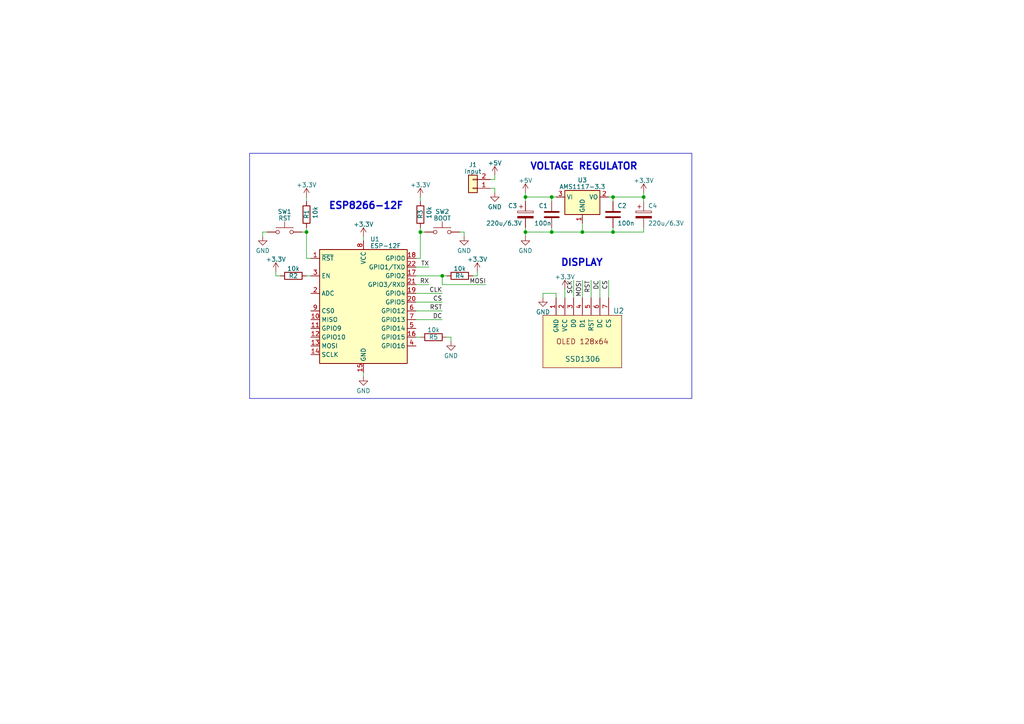
<source format=kicad_sch>
(kicad_sch (version 20231120) (generator "eeschema") (generator_version "8.0")
  (paper "A4")
  (lib_symbols
    (symbol "Connector_Generic:Conn_01x02" (pin_names (offset 1.016) hide)
      (property "Reference" "J" (at 0 2.54 0))
      (property "Value" "Conn_01x02" (at 0 -5.08 0))
      (symbol "Conn_01x02_1_1"
        (rectangle (start -1.27 -2.413) (end 0 -2.667) (stroke (width 0.1524)))
        (rectangle (start -1.27 0.127) (end 0 -0.127) (stroke (width 0.1524)))
        (rectangle (start -1.27 1.27) (end 1.27 -3.81) (stroke (width 0.254)) (fill (type background)))
        (pin passive line (at -5.08 0 0) (length 3.81) (name "Pin_1") (number "1"))
        (pin passive line (at -5.08 -2.54 0) (length 3.81) (name "Pin_2") (number "2"))
      )
    )
    (symbol "Device:C" (pin_numbers hide) (pin_names (offset 0.254))
      (property "Reference" "C" (at 0.635 2.54 0))
      (property "Value" "C" (at 0.635 -2.54 0))
      (symbol "C_0_1"
        (polyline (pts (xy -2.032 -0.762) (xy 2.032 -0.762)) (stroke (width 0.508)))
        (polyline (pts (xy -2.032 0.762) (xy 2.032 0.762)) (stroke (width 0.508)))
      )
      (symbol "C_1_1"
        (pin passive line (at 0 3.81 270) (length 2.794) (name "~") (number "1"))
        (pin passive line (at 0 -3.81 90) (length 2.794) (name "~") (number "2"))
      )
    )
    (symbol "Device:C_Polarized" (pin_numbers hide) (pin_names (offset 0.254))
      (property "Reference" "C" (at 0.635 2.54 0))
      (property "Value" "C_Polarized" (at 0.635 -2.54 0))
      (symbol "C_Polarized_0_1"
        (rectangle (start -2.286 0.508) (end 2.286 1.016))
        (polyline (pts (xy -1.778 2.286) (xy -0.762 2.286)))
        (polyline (pts (xy -1.27 2.794) (xy -1.27 1.778)))
        (rectangle (start 2.286 -0.508) (end -2.286 -1.016) (fill (type outline)))
      )
      (symbol "C_Polarized_1_1"
        (pin passive line (at 0 3.81 270) (length 2.794) (name "~") (number "1"))
        (pin passive line (at 0 -3.81 90) (length 2.794) (name "~") (number "2"))
      )
    )
    (symbol "Device:R" (pin_numbers hide) (pin_names (offset 0))
      (property "Reference" "R" (at 2.032 0 90))
      (property "Value" "R" (at 0 0 90))
      (symbol "R_0_1"
        (rectangle (start -1.016 -2.54) (end 1.016 2.54) (stroke (width 0.254)))
      )
      (symbol "R_1_1"
        (pin passive line (at 0 3.81 270) (length 1.27) (name "~") (number "1"))
        (pin passive line (at 0 -3.81 90) (length 1.27) (name "~") (number "2"))
      )
    )
    (symbol "RF_Module:ESP-12F"
      (property "Reference" "U" (at -12.7 19.05 0))
      (property "Value" "ESP-12F" (at 12.7 19.05 0))
      (symbol "ESP-12F_0_1"
        (rectangle (start -12.7 17.78) (end 12.7 -15.24) (stroke (width 0.254)) (fill (type background)))
      )
      (symbol "ESP-12F_1_1"
        (pin input line (at -15.24 15.24 0) (length 2.54) (name "~{RST}") (number "1"))
        (pin bidirectional line (at -15.24 -2.54 0) (length 2.54) (name "MISO") (number "10"))
        (pin bidirectional line (at -15.24 -5.08 0) (length 2.54) (name "GPIO9") (number "11"))
        (pin bidirectional line (at -15.24 -7.62 0) (length 2.54) (name "GPIO10") (number "12"))
        (pin bidirectional line (at -15.24 -10.16 0) (length 2.54) (name "MOSI") (number "13"))
        (pin bidirectional line (at -15.24 -12.7 0) (length 2.54) (name "SCLK") (number "14"))
        (pin power_in line (at 0 -17.78 90) (length 2.54) (name "GND") (number "15"))
        (pin bidirectional line (at 15.24 -7.62 180) (length 2.54) (name "GPIO15") (number "16"))
        (pin bidirectional line (at 15.24 10.16 180) (length 2.54) (name "GPIO2") (number "17"))
        (pin bidirectional line (at 15.24 15.24 180) (length 2.54) (name "GPIO0") (number "18"))
        (pin bidirectional line (at 15.24 5.08 180) (length 2.54) (name "GPIO4") (number "19"))
        (pin input line (at -15.24 5.08 0) (length 2.54) (name "ADC") (number "2"))
        (pin bidirectional line (at 15.24 2.54 180) (length 2.54) (name "GPIO5") (number "20"))
        (pin bidirectional line (at 15.24 7.62 180) (length 2.54) (name "GPIO3/RXD") (number "21"))
        (pin bidirectional line (at 15.24 12.7 180) (length 2.54) (name "GPIO1/TXD") (number "22"))
        (pin input line (at -15.24 10.16 0) (length 2.54) (name "EN") (number "3"))
        (pin bidirectional line (at 15.24 -10.16 180) (length 2.54) (name "GPIO16") (number "4"))
        (pin bidirectional line (at 15.24 -5.08 180) (length 2.54) (name "GPIO14") (number "5"))
        (pin bidirectional line (at 15.24 0 180) (length 2.54) (name "GPIO12") (number "6"))
        (pin bidirectional line (at 15.24 -2.54 180) (length 2.54) (name "GPIO13") (number "7"))
        (pin power_in line (at 0 20.32 270) (length 2.54) (name "VCC") (number "8"))
        (pin input line (at -15.24 0 0) (length 2.54) (name "CS0") (number "9"))
      )
    )
    (symbol "Regulator_Linear:AMS1117-3.3"
      (property "Reference" "U" (at -3.81 3.175 0))
      (property "Value" "AMS1117-3.3" (at 0 3.175 0))
      (symbol "AMS1117-3.3_0_1"
        (rectangle (start -5.08 -5.08) (end 5.08 1.905) (stroke (width 0.254)) (fill (type background)))
      )
      (symbol "AMS1117-3.3_1_1"
        (pin power_in line (at 0 -7.62 90) (length 2.54) (name "GND") (number "1"))
        (pin power_out line (at 7.62 0 180) (length 2.54) (name "VO") (number "2"))
        (pin power_in line (at -7.62 0 0) (length 2.54) (name "VI") (number "3"))
      )
    )
    (symbol "Switch:SW_MEC_5G" (pin_numbers hide) (pin_names (offset 1.016) hide)
      (property "Reference" "SW" (at 1.27 2.54 0))
      (property "Value" "SW_MEC_5G" (at 0 -1.524 0))
      (symbol "SW_MEC_5G_0_1"
        (circle (center -2.032 0) (radius 0.508))
        (polyline (pts (xy 0 1.27) (xy 0 3.048)))
        (polyline (pts (xy 2.54 1.27) (xy -2.54 1.27)))
        (circle (center 2.032 0) (radius 0.508))
        (pin passive line (at -5.08 0 0) (length 2.54) (name "A") (number "1"))
        (pin passive line (at 5.08 0 180) (length 2.54) (name "B") (number "3"))
      )
      (symbol "SW_MEC_5G_1_1"
        (pin passive line (at -5.08 0 0) (length 2.54) hide (name "A") (number "2"))
        (pin passive line (at 5.08 0 180) (length 2.54) hide (name "B") (number "4"))
      )
    )
    (symbol "ma_obecna2:SSD1306_module" (pin_names (offset 1.016))
      (property "Reference" "U" (at 10.16 8.89 0))
      (property "Value" "SSD1306" (at 0 -3.81 0))
      (symbol "SSD1306_module_0_0"
        (rectangle (start -11.43 7.62) (end 11.43 -7.62) (fill (type background)))
        (text "OLED 128x64" (at 0 0 0) (effects (font (size 1.4986 1.4986))))
      )
      (symbol "SSD1306_module_1_1"
        (pin power_in line (at -7.62 12.7 270) (length 5.08) (name "GND") (number "1"))
        (pin power_in line (at -5.08 12.7 270) (length 5.08) (name "VCC") (number "2"))
        (pin input line (at -2.54 12.7 270) (length 5.08) (name "D0") (number "3"))
        (pin input line (at 0 12.7 270) (length 5.08) (name "D1") (number "4"))
        (pin input line (at 2.54 12.7 270) (length 5.08) (name "RST") (number "5"))
        (pin input line (at 5.08 12.7 270) (length 5.08) (name "DC") (number "6"))
        (pin input line (at 7.62 12.7 270) (length 5.08) (name "CS") (number "7"))
      )
    )
    (symbol "power:+3.3V" (power) (pin_names (offset 0))
      (property "Value" "+3.3V" (at 0 3.556 0))
      (symbol "+3.3V_0_1"
        (polyline (pts (xy -0.762 1.27) (xy 0 2.54)))
        (polyline (pts (xy 0 0) (xy 0 2.54)))
        (polyline (pts (xy 0 2.54) (xy 0.762 1.27)))
      )
      (symbol "+3.3V_1_1"
        (pin power_in line (at 0 0 90) (length 0) hide (name "+3.3V") (number "1"))
      )
    )
    (symbol "power:+5V" (power) (pin_names (offset 0))
      (property "Value" "+5V" (at 0 3.556 0))
      (symbol "+5V_0_1"
        (polyline (pts (xy -0.762 1.27) (xy 0 2.54)))
        (polyline (pts (xy 0 0) (xy 0 2.54)))
        (polyline (pts (xy 0 2.54) (xy 0.762 1.27)))
      )
      (symbol "+5V_1_1"
        (pin power_in line (at 0 0 90) (length 0) hide (name "+5V") (number "1"))
      )
    )
    (symbol "power:GND" (power) (pin_names (offset 0))
      (property "Value" "GND" (at 0 -3.81 0))
      (symbol "GND_0_1"
        (polyline (pts (xy 0 0) (xy 0 -1.27) (xy 1.27 -1.27) (xy 0 -2.54) (xy -1.27 -1.27) (xy 0 -1.27)))
      )
      (symbol "GND_1_1"
        (pin power_in line (at 0 0 270) (length 0) hide (name "GND") (number "1"))
      )
    )
  )
  (junction (at 186.69 57.15))
  (junction (at 88.9 67.31))
  (junction (at 152.4 57.15))
  (junction (at 160.02 57.15))
  (junction (at 121.92 67.31))
  (junction (at 177.8 57.15))
  (junction (at 152.4 67.31))
  (junction (at 168.91 67.31))
  (junction (at 128.27 80.01))
  (junction (at 160.02 67.31))
  (junction (at 177.8 67.31))
  (wire (pts (xy 177.8 57.15) (xy 177.8 58.42)))
  (wire (pts (xy 173.99 81.28) (xy 173.99 86.36)))
  (wire (pts (xy 186.69 57.15) (xy 186.69 58.42)))
  (wire (pts (xy 166.37 81.28) (xy 166.37 86.36)))
  (wire (pts (xy 142.24 52.07) (xy 143.51 52.07)))
  (wire (pts (xy 160.02 57.15) (xy 161.29 57.15)))
  (wire (pts (xy 160.02 66.04) (xy 160.02 67.31)))
  (wire (pts (xy 81.28 80.01) (xy 80.01 80.01)))
  (wire (pts (xy 168.91 67.31) (xy 177.8 67.31)))
  (wire (pts (xy 177.8 67.31) (xy 186.69 67.31)))
  (wire (pts (xy 120.65 87.63) (xy 128.27 87.63)))
  (wire (pts (xy 133.35 67.31) (xy 134.62 67.31)))
  (wire (pts (xy 120.65 77.47) (xy 124.46 77.47)))
  (wire (pts (xy 120.65 97.79) (xy 121.92 97.79)))
  (wire (pts (xy 168.91 64.77) (xy 168.91 67.31)))
  (wire (pts (xy 88.9 67.31) (xy 88.9 74.93)))
  (wire (pts (xy 130.81 97.79) (xy 130.81 99.06)))
  (wire (pts (xy 80.01 78.74) (xy 80.01 80.01)))
  (wire (pts (xy 90.17 74.93) (xy 88.9 74.93)))
  (wire (pts (xy 76.2 67.31) (xy 77.47 67.31)))
  (wire (pts (xy 171.45 81.28) (xy 171.45 86.36)))
  (wire (pts (xy 88.9 80.01) (xy 90.17 80.01)))
  (wire (pts (xy 152.4 67.31) (xy 152.4 68.58)))
  (wire (pts (xy 152.4 57.15) (xy 152.4 58.42)))
  (wire (pts (xy 88.9 57.15) (xy 88.9 58.42)))
  (wire (pts (xy 121.92 67.31) (xy 121.92 66.04)))
  (wire (pts (xy 160.02 67.31) (xy 168.91 67.31)))
  (wire (pts (xy 128.27 80.01) (xy 129.54 80.01)))
  (wire (pts (xy 76.2 67.31) (xy 76.2 68.58)))
  (wire (pts (xy 120.65 90.17) (xy 128.27 90.17)))
  (wire (pts (xy 138.43 80.01) (xy 137.16 80.01)))
  (wire (pts (xy 128.27 82.55) (xy 128.27 80.01)))
  (wire (pts (xy 160.02 57.15) (xy 160.02 58.42)))
  (wire (pts (xy 176.53 81.28) (xy 176.53 86.36)))
  (wire (pts (xy 138.43 78.74) (xy 138.43 80.01)))
  (wire (pts (xy 152.4 67.31) (xy 160.02 67.31)))
  (wire (pts (xy 121.92 67.31) (xy 121.92 74.93)))
  (wire (pts (xy 120.65 92.71) (xy 128.27 92.71)))
  (wire (pts (xy 143.51 55.88) (xy 143.51 54.61)))
  (wire (pts (xy 177.8 57.15) (xy 186.69 57.15)))
  (wire (pts (xy 121.92 57.15) (xy 121.92 58.42)))
  (wire (pts (xy 152.4 57.15) (xy 160.02 57.15)))
  (wire (pts (xy 168.91 81.28) (xy 168.91 86.36)))
  (wire (pts (xy 157.48 86.36) (xy 157.48 85.09)))
  (wire (pts (xy 186.69 55.88) (xy 186.69 57.15)))
  (wire (pts (xy 142.24 54.61) (xy 143.51 54.61)))
  (wire (pts (xy 143.51 50.8) (xy 143.51 52.07)))
  (wire (pts (xy 161.29 85.09) (xy 161.29 86.36)))
  (wire (pts (xy 177.8 66.04) (xy 177.8 67.31)))
  (wire (pts (xy 88.9 66.04) (xy 88.9 67.31)))
  (wire (pts (xy 152.4 66.04) (xy 152.4 67.31)))
  (wire (pts (xy 121.92 67.31) (xy 123.19 67.31)))
  (wire (pts (xy 152.4 55.88) (xy 152.4 57.15)))
  (wire (pts (xy 176.53 57.15) (xy 177.8 57.15)))
  (wire (pts (xy 129.54 97.79) (xy 130.81 97.79)))
  (wire (pts (xy 140.97 82.55) (xy 128.27 82.55)))
  (wire (pts (xy 186.69 67.31) (xy 186.69 66.04)))
  (wire (pts (xy 163.83 83.82) (xy 163.83 86.36)))
  (wire (pts (xy 120.65 80.01) (xy 128.27 80.01)))
  (wire (pts (xy 87.63 67.31) (xy 88.9 67.31)))
  (wire (pts (xy 157.48 85.09) (xy 161.29 85.09)))
  (wire (pts (xy 120.65 82.55) (xy 124.46 82.55)))
  (wire (pts (xy 105.41 68.58) (xy 105.41 69.85)))
  (wire (pts (xy 120.65 85.09) (xy 128.27 85.09)))
  (wire (pts (xy 120.65 74.93) (xy 121.92 74.93)))
  (wire (pts (xy 134.62 67.31) (xy 134.62 68.58)))
  (wire (pts (xy 105.41 107.95) (xy 105.41 109.22)))
  (rectangle (start 72.39 44.45) (end 200.66 115.57))
  (text "DISPLAY" (at 162.56 77.47 0) (effects (font (size 2 2) (thickness 0.4) (bold yes)) (justify left bottom)))
  (text "VOLTAGE REGULATOR" (at 153.67 49.53 0) (effects (font (size 2 2) (thickness 0.4) (bold yes)) (justify left bottom)))
  (text "ESP8266-12F" (at 95.25 60.96 0) (effects (font (size 2 2) (thickness 0.4) (bold yes)) (justify left bottom)))
  (label "MOSI" (at 140.97 82.55 180))
  (label "RX" (at 124.46 82.55 180))
  (label "CS" (at 176.53 81.28 270))
  (label "RST" (at 171.45 81.28 270))
  (label "DC" (at 173.99 81.28 270))
  (label "TX" (at 124.46 77.47 180))
  (label "SCK" (at 166.37 81.28 270))
  (label "CS" (at 128.27 87.63 180))
  (label "MOSI" (at 168.91 81.28 270))
  (label "RST" (at 128.27 90.17 180))
  (label "CLK" (at 128.27 85.09 180))
  (label "DC" (at 128.27 92.71 180))
  (symbol (lib_id "Device:C_Polarized") (at 152.4 62.23 0) (unit 1)
    (property "Reference" "C3" (at 147.32 59.69 0) (effects (justify left)))
    (property "Value" "220u/6.3V" (at 140.97 64.77 0) (effects (justify left)))
  )
  (symbol (lib_id "power:GND") (at 76.2 68.58 0) (unit 1)
    (property "Reference" "#PWR09" (effects (hide yes)))
    (property "Value" "GND" (at 76.2 72.7155 0))
  )
  (symbol (lib_id "power:GND") (at 105.41 109.22 0) (unit 1)
    (property "Reference" "#PWR04" (effects (hide yes)))
    (property "Value" "GND" (at 105.41 113.3555 0))
  )
  (symbol (lib_id "RF_Module:ESP-12F") (at 105.41 90.17 0) (unit 1)
    (property "Reference" "U1" (at 107.3659 69.3801 0) (effects (justify left)))
    (property "Value" "ESP-12F" (at 107.3659 71.3011 0) (effects (justify left)))
    (property "Footprint" "RF_Module:ESP-12E" (effects (hide yes)))
    (property "Datasheet" "http://wiki.ai-thinker.com/_media/esp8266/esp8266_series_modules_user_manual_v1.1.pdf" (effects (hide yes)))
  )
  (symbol (lib_id "power:GND") (at 152.4 68.58 0) (unit 1)
    (property "Reference" "#PWR01" (effects (hide yes)))
    (property "Value" "GND" (at 152.4 72.7155 0))
  )
  (symbol (lib_id "power:+3.3V") (at 80.01 78.74 0) (unit 1)
    (property "Reference" "#PWR08" (effects (hide yes)))
    (property "Value" "+3.3V" (at 80.01 75.2381 0))
  )
  (symbol (lib_id "power:GND") (at 157.48 86.36 0) (unit 1)
    (property "Reference" "#PWR012" (effects (hide yes)))
    (property "Value" "GND" (at 157.48 90.4955 0))
  )
  (symbol (lib_id "Device:R") (at 88.9 62.23 0) (unit 1)
    (property "Reference" "R1" (at 88.9 63.5 90) (effects (justify left)))
    (property "Value" "10k" (at 91.44 63.5 90) (effects (justify left)))
  )
  (symbol (lib_id "power:GND") (at 143.51 55.88 0) (unit 1)
    (property "Reference" "#PWR016" (effects (hide yes)))
    (property "Value" "GND" (at 143.51 60.0155 0))
  )
  (symbol (lib_id "Device:R") (at 85.09 80.01 90) (unit 1)
    (property "Reference" "R2" (at 85.09 80.01 90))
    (property "Value" "10k" (at 85.09 77.9051 90))
  )
  (symbol (lib_id "Device:C_Polarized") (at 186.69 62.23 0) (unit 1)
    (property "Reference" "C4" (at 187.96 59.69 0) (effects (justify left)))
    (property "Value" "220u/6.3V" (at 187.96 64.77 0) (effects (justify left)))
  )
  (symbol (lib_id "power:+3.3V") (at 163.83 83.82 0) (unit 1)
    (property "Reference" "#PWR013" (effects (hide yes)))
    (property "Value" "+3.3V" (at 163.83 80.3181 0))
  )
  (symbol (lib_id "Device:R") (at 121.92 62.23 180) (unit 1)
    (property "Reference" "R3" (at 121.92 63.5 90) (effects (justify right)))
    (property "Value" "10k" (at 124.46 63.5 90) (effects (justify right)))
  )
  (symbol (lib_id "power:+3.3V") (at 138.43 78.74 0) (unit 1)
    (property "Reference" "#PWR011" (effects (hide yes)))
    (property "Value" "+3.3V" (at 138.43 75.2381 0))
  )
  (symbol (lib_id "Device:C") (at 160.02 62.23 0) (unit 1)
    (property "Reference" "C1" (at 156.21 59.69 0) (effects (justify left)))
    (property "Value" "100n" (at 154.94 64.77 0) (effects (justify left)))
  )
  (symbol (lib_id "Connector_Generic:Conn_01x02") (at 137.16 54.61 180) (unit 1)
    (property "Reference" "J1" (at 137.16 47.7901 0))
    (property "Value" "Input" (at 137.16 49.7111 0))
  )
  (symbol (lib_id "power:+3.3V") (at 121.92 57.15 0) (unit 1)
    (property "Reference" "#PWR07" (effects (hide yes)))
    (property "Value" "+3.3V" (at 121.92 53.6481 0))
  )
  (symbol (lib_id "power:+5V") (at 152.4 55.88 0) (unit 1)
    (property "Reference" "#PWR03" (effects (hide yes)))
    (property "Value" "+5V" (at 152.4 52.3781 0))
  )
  (symbol (lib_id "power:+5V") (at 143.51 50.8 0) (unit 1)
    (property "Reference" "#PWR015" (effects (hide yes)))
    (property "Value" "+5V" (at 143.51 47.2981 0))
  )
  (symbol (lib_id "Device:R") (at 133.35 80.01 90) (unit 1)
    (property "Reference" "R4" (at 133.35 80.01 90))
    (property "Value" "10k" (at 133.35 77.9051 90))
  )
  (symbol (lib_id "power:GND") (at 130.81 99.06 0) (unit 1)
    (property "Reference" "#PWR05" (effects (hide yes)))
    (property "Value" "GND" (at 130.81 103.1955 0))
  )
  (symbol (lib_id "power:GND") (at 134.62 68.58 0) (unit 1)
    (property "Reference" "#PWR010" (effects (hide yes)))
    (property "Value" "GND" (at 134.62 72.7155 0))
  )
  (symbol (lib_id "ma_obecna2:SSD1306_module") (at 168.91 99.06 0) (unit 1)
    (property "Reference" "U2" (at 177.8 90.17 0) (effects (font (size 1.4986 1.4986)) (justify left)))
    (property "Value" "SSD1306" (at 163.83 104.14 0) (effects (font (size 1.4986 1.4986)) (justify left)))
  )
  (symbol (lib_id "power:+3.3V") (at 186.69 55.88 0) (unit 1)
    (property "Reference" "#PWR02" (effects (hide yes)))
    (property "Value" "+3.3V" (at 186.69 52.3781 0))
  )
  (symbol (lib_id "power:+3.3V") (at 88.9 57.15 0) (unit 1)
    (property "Reference" "#PWR06" (effects (hide yes)))
    (property "Value" "+3.3V" (at 88.9 53.6481 0))
  )
  (symbol (lib_id "Device:C") (at 177.8 62.23 0) (unit 1)
    (property "Reference" "C2" (at 179.07 59.69 0) (effects (justify left)))
    (property "Value" "100n" (at 179.07 64.77 0) (effects (justify left)))
  )
  (symbol (lib_id "Switch:SW_MEC_5G") (at 128.27 67.31 0) (unit 1)
    (property "Reference" "SW2" (at 128.27 61.3791 0))
    (property "Value" "BOOT" (at 128.27 63.3001 0))
    (property "Datasheet" "http://www.apem.com/int/index.php?controller=attachment&id_attachment=488" (effects (hide yes)))
  )
  (symbol (lib_id "Device:R") (at 125.73 97.79 90) (unit 1)
    (property "Reference" "R5" (at 125.73 97.79 90))
    (property "Value" "10k" (at 125.73 95.6851 90))
  )
  (symbol (lib_id "Regulator_Linear:AMS1117-3.3") (at 168.91 57.15 0) (unit 1)
    (property "Reference" "U3" (at 168.91 52.2351 0))
    (property "Value" "AMS1117-3.3" (at 168.91 54.1561 0))
    (property "Footprint" "Package_TO_SOT_SMD:SOT-223-3_TabPin2" (effects (hide yes)))
    (property "Datasheet" "http://www.advanced-monolithic.com/pdf/ds1117.pdf" (effects (hide yes)))
  )
  (symbol (lib_id "Switch:SW_MEC_5G") (at 82.55 67.31 0) (unit 1)
    (property "Reference" "SW1" (at 82.55 61.3791 0))
    (property "Value" "RST" (at 82.55 63.3001 0))
    (property "Datasheet" "http://www.apem.com/int/index.php?controller=attachment&id_attachment=488" (effects (hide yes)))
  )
  (symbol (lib_id "power:+3.3V") (at 105.41 68.58 0) (unit 1)
    (property "Reference" "#PWR014" (effects (hide yes)))
    (property "Value" "+3.3V" (at 105.41 65.0781 0))
  )
)
</source>
